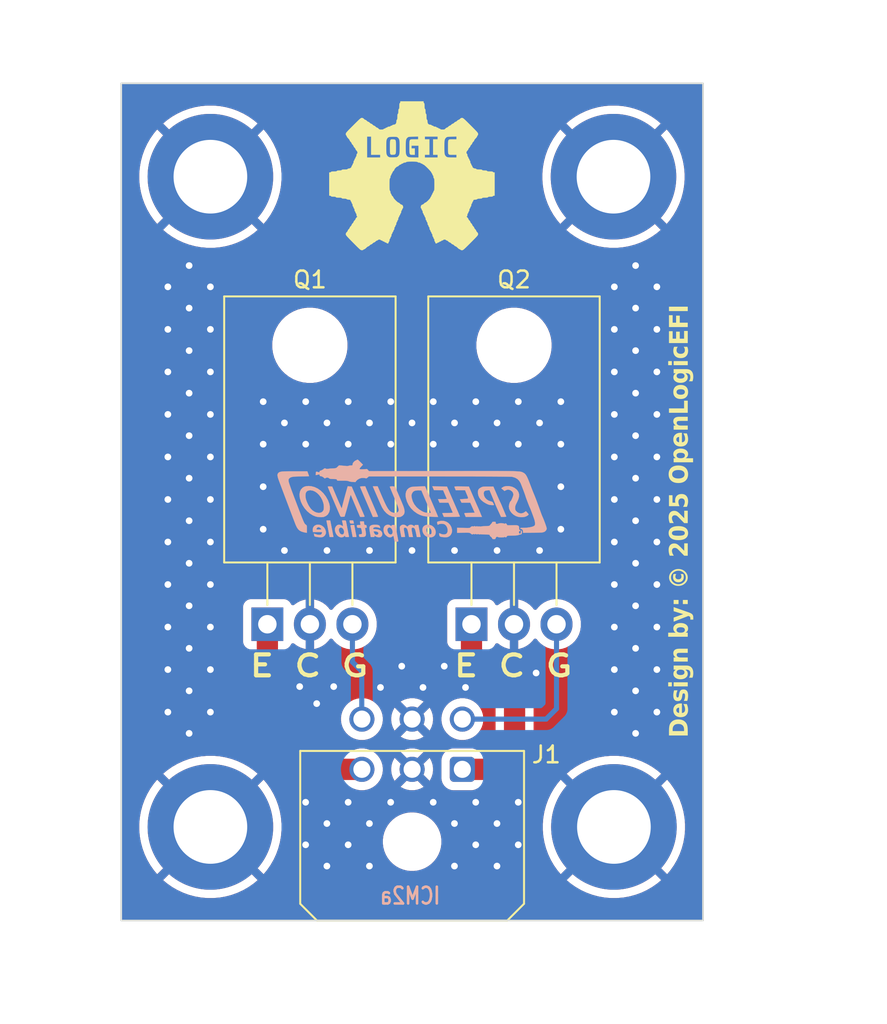
<source format=kicad_pcb>
(kicad_pcb (version 20241229) (generator "pcbnew") (generator_version "9.0")
  (layers (0 "F.Cu" signal "Front") (2 "B.Cu" signal "Back") (13 "F.Paste" user) (15 "B.Paste" user) (5 "F.SilkS" user "F.Silkscreen") (7 "B.SilkS" user "B.Silkscreen") (1 "F.Mask" user) (3 "B.Mask" user) (25 "Edge.Cuts" user))
  (net 0 "")
  (net 1 "GND")
  (net 2 "InputA")
  (net 3 "InputB")
  (net 4 "OutputB")
  (net 5 "OutputA")
  (footprint "Package_TO_SOT_THT:TO-220-3_Horizontal_TabDown" (layer "F.Cu") (at 150.618 101.178)
    (property "Reference" "Q2" (at 2.54 -20.58 180) (layer "F.SilkS"))
    (property "Value" "ISL9V3040P3")
    (pad "" np_thru_hole oval (at 2.54 -16.66) (size 3.5 3.5) (drill 3.5) (layers "*.Cu" "*.Mask"))
    (pad "1" thru_hole rect (at 0 0) (size 1.905 2) (drill 1.1) (layers "*.Cu" "*.Mask") (net 4 "OutputB"))
    (pad "2" thru_hole oval (at 2.54 0) (size 1.905 2) (drill 1.1) (layers "*.Cu" "*.Mask") (net 1 "GND"))
    (pad "3" thru_hole oval (at 5.08 0) (size 1.905 2) (drill 1.1) (layers "*.Cu" "*.Mask") (net 3 "InputB"))
  )
  (footprint "Package_TO_SOT_THT:TO-220-3_Horizontal_TabDown" (layer "F.Cu") (at 138.426 101.178)
    (property "Reference" "Q1" (at 2.54 -20.58 180) (layer "F.SilkS"))
    (property "Value" "ISL9V3040P3")
    (pad "" np_thru_hole oval (at 2.54 -16.66) (size 3.5 3.5) (drill 3.5) (layers "*.Cu" "*.Mask"))
    (pad "1" thru_hole rect (at 0 0) (size 1.905 2) (drill 1.1) (layers "*.Cu" "*.Mask") (net 5 "OutputA"))
    (pad "2" thru_hole oval (at 2.54 0) (size 1.905 2) (drill 1.1) (layers "*.Cu" "*.Mask") (net 1 "GND"))
    (pad "3" thru_hole oval (at 5.08 0) (size 1.905 2) (drill 1.1) (layers "*.Cu" "*.Mask") (net 2 "InputA"))
  )
  (footprint "MountingHole:MountingHole_4.3mm_M4_DIN965_Pad" (layer "F.Cu") (at 135.0224 74.4474)
    (property "Reference" "H3")
    (property "Value" "MountingHole_Pad")
    (pad "1" thru_hole circle (at 0 0) (size 7.5 7.5) (drill 4.4) (layers "*.Cu" "*.Mask") (net 1 "GND"))
  )
  (footprint "MountingHole:MountingHole_4.3mm_M4_DIN965_Pad" (layer "F.Cu") (at 159.1016 74.4474)
    (property "Reference" "H4")
    (property "Value" "MountingHole_Pad")
    (pad "1" thru_hole circle (at 0 0) (size 7.5 7.5) (drill 4.4) (layers "*.Cu" "*.Mask") (net 1 "GND"))
  )
  (footprint "MountingHole:MountingHole_4.3mm_M4_DIN965_Pad" (layer "F.Cu") (at 159.127 113.284)
    (property "Reference" "H1")
    (property "Value" "MountingHole_Pad")
    (pad "1" thru_hole circle (at 0 0) (size 7.5 7.5) (drill 4.4) (layers "*.Cu" "*.Mask") (net 1 "GND"))
  )
  (footprint "Detonation-Logos:open-logic-10" (layer "F.Cu") (at 147.062 74.422)
    (property "Reference" "G01")
    (property "Value" "LOGO" (hide yes))
  )
  (footprint "Connector_Molex:Molex_Micro-Fit_3.0_43045-0600_2x03_P3.00mm_Horizontal" (layer "F.Cu") (at 150.0728 109.84425 180)
    (property "Reference" "J1" (at -5.0156 0.87825 180) (layer "F.SilkS"))
    (property "Value" "Conn_01x06")
    (pad "" np_thru_hole circle (at 3 -4.32 180) (size 3 3) (drill 3) (layers "*.Cu" "*.Mask"))
    (pad "1" thru_hole roundrect (at 0 0 180) (size 1.5 1.5) (drill 1.02) (layers "*.Cu" "*.Mask") (roundrect_rratio 0.166667) (net 4 "OutputB"))
    (pad "2" thru_hole circle (at 3 0 180) (size 1.5 1.5) (drill 1.02) (layers "*.Cu" "*.Mask") (net 1 "GND"))
    (pad "3" thru_hole circle (at 6 0 180) (size 1.5 1.5) (drill 1.02) (layers "*.Cu" "*.Mask") (net 5 "OutputA"))
    (pad "4" thru_hole circle (at 0 3 180) (size 1.5 1.5) (drill 1.02) (layers "*.Cu" "*.Mask") (net 3 "InputB"))
    (pad "5" thru_hole circle (at 3 3 180) (size 1.5 1.5) (drill 1.02) (layers "*.Cu" "*.Mask") (net 1 "GND"))
    (pad "6" thru_hole circle (at 6 3 180) (size 1.5 1.5) (drill 1.02) (layers "*.Cu" "*.Mask") (net 2 "InputA"))
  )
  (footprint "MountingHole:MountingHole_4.3mm_M4_DIN965_Pad" (layer "F.Cu") (at 135.0224 113.284)
    (property "Reference" "H2")
    (property "Value" "MountingHole_Pad")
    (pad "1" thru_hole circle (at 0 0) (size 7.5 7.5) (drill 4.4) (layers "*.Cu" "*.Mask") (net 1 "GND"))
  )
  (footprint "Detonation-Logos:SpeeduinoCompatible-17mm" (layer "B.Cu") (at 147.0728 93.726 180)
    (property "Reference" "G2" (hide yes))
    (property "Value" "LOGO" (hide yes))
  )
  (gr_rect (start 129.6978 68.872) (end 164.4478 118.872) (stroke (width 0.1)) (fill no) (layer "Edge.Cuts"))
  (gr_text "E C G" (at 137.208143 104.394 0) (layer "F.SilkS") (effects (font (size 1.25 1.6) (thickness 0.25)) (justify left bottom)))
  (gr_text "E C G" (at 149.400143 104.394 0) (layer "F.SilkS") (effects (font (size 1.25 1.6) (thickness 0.25)) (justify left bottom)))
  (gr_text "Design by: © 2025 OpenLogicEFI" (at 163.7244 107.95 90) (layer "F.SilkS") (effects (font (size 1.1 1) (thickness 0.154) (bold yes)) (justify left bottom)))
  (gr_text "ICM2a" (at 148.84 117.983 0) (layer "B.SilkS") (effects (font (size 1 0.8) (thickness 0.154) (bold yes)) (justify left bottom mirror)))
  (via (at 133.7524 97.536) (size 0.7) (drill 0.4) (layers "F.Cu" "B.Cu") (net 1))
  (via (at 161.6924 88.646) (size 0.7) (drill 0.4) (layers "F.Cu" "B.Cu") (net 1))
  (via (at 145.1824 104.9528) (size 0.7) (drill 0.4) (layers "F.Cu" "B.Cu") (net 1))
  (via (at 132.4824 81.026) (size 0.7) (drill 0.4) (layers "F.Cu" "B.Cu") (net 1))
  (via (at 142.3884 104.902) (size 0.7) (drill 0.4) (layers "F.Cu" "B.Cu") (net 1))
  (via (at 160.4224 94.996) (size 0.7) (drill 0.4) (layers "F.Cu" "B.Cu") (net 1))
  (via (at 143.252 114.3508) (size 0.7) (drill 0.4) (layers "F.Cu" "B.Cu") (net 1))
  (via (at 140.71641 87.884) (size 0.7) (drill 0.4) (layers "F.Cu" "B.Cu") (net 1))
  (via (at 161.6924 106.425999) (size 0.7) (drill 0.4) (layers "F.Cu" "B.Cu") (net 1))
  (via (at 132.4824 93.726) (size 0.7) (drill 0.4) (layers "F.Cu" "B.Cu") (net 1))
  (via (at 161.6924 83.566) (size 0.7) (drill 0.4) (layers "F.Cu" "B.Cu") (net 1))
  (via (at 153.41641 90.424) (size 0.7) (drill 0.4) (layers "F.Cu" "B.Cu") (net 1))
  (via (at 139.44641 96.774) (size 0.7) (drill 0.4) (layers "F.Cu" "B.Cu") (net 1))
  (via (at 138.176409 92.964) (size 0.7) (drill 0.4) (layers "F.Cu" "B.Cu") (net 1))
  (via (at 135.0224 101.346) (size 0.7) (drill 0.4) (layers "F.Cu" "B.Cu") (net 1))
  (via (at 132.4824 96.266) (size 0.7) (drill 0.4) (layers "F.Cu" "B.Cu") (net 1))
  (via (at 161.6924 91.186) (size 0.7) (drill 0.4) (layers "F.Cu" "B.Cu") (net 1))
  (via (at 150.872 114.3508) (size 0.7) (drill 0.4) (layers "F.Cu" "B.Cu") (net 1))
  (via (at 149.602 115.6208) (size 0.7) (drill 0.4) (layers "F.Cu" "B.Cu") (net 1))
  (via (at 147.06641 89.154) (size 0.7) (drill 0.4) (layers "F.Cu" "B.Cu") (net 1))
  (via (at 145.79641 87.884) (size 0.7) (drill 0.4) (layers "F.Cu" "B.Cu") (net 1))
  (via (at 135.0224 86.106) (size 0.7) (drill 0.4) (layers "F.Cu" "B.Cu") (net 1))
  (via (at 161.692399 96.266) (size 0.7) (drill 0.4) (layers "F.Cu" "B.Cu") (net 1))
  (via (at 133.7524 79.756) (size 0.7) (drill 0.4) (layers "F.Cu" "B.Cu") (net 1))
  (via (at 161.6924 81.026) (size 0.7) (drill 0.4) (layers "F.Cu" "B.Cu") (net 1))
  (via (at 133.7524 94.996) (size 0.7) (drill 0.4) (layers "F.Cu" "B.Cu") (net 1))
  (via (at 160.4224 105.156) (size 0.7) (drill 0.4) (layers "F.Cu" "B.Cu") (net 1))
  (via (at 159.1524 101.346) (size 0.7) (drill 0.4) (layers "F.Cu" "B.Cu") (net 1))
  (via (at 132.4824 88.646) (size 0.7) (drill 0.4) (layers "F.Cu" "B.Cu") (net 1))
  (via (at 138.176409 87.884) (size 0.7) (drill 0.4) (layers "F.Cu" "B.Cu") (net 1))
  (via (at 154.68641 89.154) (size 0.7) (drill 0.4) (layers "F.Cu" "B.Cu") (net 1))
  (via (at 144.522 113.080799) (size 0.7) (drill 0.4) (layers "F.Cu" "B.Cu") (net 1))
  (via (at 135.0224 91.186) (size 0.7) (drill 0.4) (layers "F.Cu" "B.Cu") (net 1))
  (via (at 153.412 114.3508) (size 0.7) (drill 0.4) (layers "F.Cu" "B.Cu") (net 1))
  (via (at 155.956409 90.424) (size 0.7) (drill 0.4) (layers "F.Cu" "B.Cu") (net 1))
  (via (at 135.0224 93.726) (size 0.7) (drill 0.4) (layers "F.Cu" "B.Cu") (net 1))
  (via (at 139.44641 89.154002) (size 0.7) (drill 0.4) (layers "F.Cu" "B.Cu") (net 1))
  (via (at 144.522 115.620801) (size 0.7) (drill 0.4) (layers "F.Cu" "B.Cu") (net 1))
  (via (at 135.0224 81.026) (size 0.7) (drill 0.4) (layers "F.Cu" "B.Cu") (net 1))
  (via (at 159.1524 83.566) (size 0.7) (drill 0.4) (layers "F.Cu" "B.Cu") (net 1))
  (via (at 150.872001 111.8108) (size 0.7) (drill 0.4) (layers "F.Cu" "B.Cu") (net 1))
  (via (at 160.4224 92.456) (size 0.7) (drill 0.4) (layers "F.Cu" "B.Cu") (net 1))
  (via (at 132.4824 91.186) (size 0.7) (drill 0.4) (layers "F.Cu" "B.Cu") (net 1))
  (via (at 138.17641 95.504) (size 0.7) (drill 0.4) (layers "F.Cu" "B.Cu") (net 1))
  (via (at 160.4224 87.376) (size 0.7) (drill 0.4) (layers "F.Cu" "B.Cu") (net 1))
  (via (at 161.6924 101.346) (size 0.7) (drill 0.4) (layers "F.Cu" "B.Cu") (net 1))
  (via (at 133.7524 87.376) (size 0.7) (drill 0.4) (layers "F.Cu" "B.Cu") (net 1))
  (via (at 155.95641 87.884) (size 0.7) (drill 0.4) (layers "F.Cu" "B.Cu") (net 1))
  (via (at 161.6924 103.886) (size 0.7) (drill 0.4) (layers "F.Cu" "B.Cu") (net 1))
  (via (at 135.0224 96.266) (size 0.7) (drill 0.4) (layers "F.Cu" "B.Cu") (net 1))
  (via (at 154.4788 104.0892) (size 0.7) (drill 0.4) (layers "F.Cu" "B.Cu") (net 1))
  (via (at 132.4824 86.106) (size 0.7) (drill 0.4) (layers "F.Cu" "B.Cu") (net 1))
  (via (at 155.95641 92.964) (size 0.7) (drill 0.4) (layers "F.Cu" "B.Cu") (net 1))
  (via (at 148.332 111.8108) (size 0.7) (drill 0.4) (layers "F.Cu" "B.Cu") (net 1))
  (via (at 140.3564 104.902) (size 0.7) (drill 0.4) (layers "F.Cu" "B.Cu") (net 1))
  (via (at 141.98641 89.154) (size 0.7) (drill 0.4) (layers "F.Cu" "B.Cu") (net 1))
  (via (at 135.0224 88.646) (size 0.7) (drill 0.4) (layers "F.Cu" "B.Cu") (net 1))
  (via (at 133.7524 84.836) (size 0.7) (drill 0.4) (layers "F.Cu" "B.Cu") (net 1))
  (via (at 132.4824 98.806) (size 0.7) (drill 0.4) (layers "F.Cu" "B.Cu") (net 1))
  (via (at 153.412 111.8108) (size 0.7) (drill 0.4) (layers "F.Cu" "B.Cu") (net 1))
  (via (at 133.7524 102.616) (size 0.7) (drill 0.4) (layers "F.Cu" "B.Cu") (net 1))
  (via (at 152.14641 96.774) (size 0.7) (drill 0.4) (layers "F.Cu" "B.Cu") (net 1))
  (via (at 138.17641 90.424) (size 0.7) (drill 0.4) (layers "F.Cu" "B.Cu") (net 1))
  (via (at 144.52641 89.153999) (size 0.7) (drill 0.4) (layers "F.Cu" "B.Cu") (net 1))
  (via (at 159.1524 106.426) (size 0.7) (drill 0.4) (layers "F.Cu" "B.Cu") (net 1))
  (via (at 135.0224 98.806) (size 0.7) (drill 0.4) (layers "F.Cu" "B.Cu") (net 1))
  (via (at 149.606409 89.154001) (size 0.7) (drill 0.4) (layers "F.Cu" "B.Cu") (net 1))
  (via (at 132.4824 101.346) (size 0.7) (drill 0.4) (layers "F.Cu" "B.Cu") (net 1))
  (via (at 143.25641 90.424) (size 0.7) (drill 0.4) (layers "F.Cu" "B.Cu") (net 1))
  (via (at 141.98641 96.774) (size 0.7) (drill 0.4) (layers "F.Cu" "B.Cu") (net 1))
  (via (at 152.14641 89.154) (size 0.7) (drill 0.4) (layers "F.Cu" "B.Cu") (net 1))
  (via (at 133.7524 107.696) (size 0.7) (drill 0.4) (layers "F.Cu" "B.Cu") (net 1))
  (via (at 160.4224 107.696) (size 0.7) (drill 0.4) (layers "F.Cu" "B.Cu") (net 1))
  (via (at 135.0224 103.886) (size 0.7) (drill 0.4) (layers "F.Cu" "B.Cu") (net 1))
  (via (at 149.601999 113.080801) (size 0.7) (drill 0.4) (layers "F.Cu" "B.Cu") (net 1))
  (via (at 161.692399 86.106) (size 0.7) (drill 0.4) (layers "F.Cu" "B.Cu") (net 1))
  (via (at 140.712 114.3508) (size 0.7) (drill 0.4) (layers "F.Cu" "B.Cu") (net 1))
  (via (at 160.4224 100.076) (size 0.7) (drill 0.4) (layers "F.Cu" "B.Cu") (net 1))
  (via (at 159.1524 81.026) (size 0.7) (drill 0.4) (layers "F.Cu" "B.Cu") (net 1))
  (via (at 141.982 113.0808) (size 0.7) (drill 0.4) (layers "F.Cu" "B.Cu") (net 1))
  (via (at 133.7524 82.296) (size 0.7) (drill 0.4) (layers "F.Cu" "B.Cu") (net 1))
  (via (at 159.1524 91.186) (size 0.7) (drill 0.4) (layers "F.Cu" "B.Cu") (net 1))
  (via (at 159.1524 88.646) (size 0.7) (drill 0.4) (layers "F.Cu" "B.Cu") (net 1))
  (via (at 147.06641 96.774) (size 0.7) (drill 0.4) (layers "F.Cu" "B.Cu") (net 1))
  (via (at 161.6924 98.806) (size 0.7) (drill 0.4) (layers "F.Cu" "B.Cu") (net 1))
  (via (at 159.1524 98.806) (size 0.7) (drill 0.4) (layers "F.Cu" "B.Cu") (net 1))
  (via (at 159.1524 93.726) (size 0.7) (drill 0.4) (layers "F.Cu" "B.Cu") (net 1))
  (via (at 155.956409 95.504) (size 0.7) (drill 0.4) (layers "F.Cu" "B.Cu") (net 1))
  (via (at 133.7524 100.076) (size 0.7) (drill 0.4) (layers "F.Cu" "B.Cu") (net 1))
  (via (at 161.6924 93.726) (size 0.7) (drill 0.4) (layers "F.Cu" "B.Cu") (net 1))
  (via (at 141.3724 105.918) (size 0.7) (drill 0.4) (layers "F.Cu" "B.Cu") (net 1))
  (via (at 132.4824 83.566) (size 0.7) (drill 0.4) (layers "F.Cu" "B.Cu") (net 1))
  (via (at 132.4824 106.426) (size 0.7) (drill 0.4) (layers "F.Cu" "B.Cu") (net 1))
  (via (at 148.9924 103.6828) (size 0.7) (drill 0.4) (layers "F.Cu" "B.Cu") (net 1))
  (via (at 148.33641 90.424) (size 0.7) (drill 0.4) (layers "F.Cu" "B.Cu") (net 1))
  (via (at 135.0224 106.426) (size 0.7) (drill 0.4) (layers "F.Cu" "B.Cu") (net 1))
  (via (at 132.4824 103.886) (size 0.7) (drill 0.4) (layers "F.Cu" "B.Cu") (net 1))
  (via (at 135.0224 83.566) (size 0.7) (drill 0.4) (layers "F.Cu" "B.Cu") (net 1))
  (via (at 160.4224 84.836) (size 0.7) (drill 0.4) (layers "F.Cu" "B.Cu") (net 1))
  (via (at 160.4224 79.756) (size 0.7) (drill 0.4) (layers "F.Cu" "B.Cu") (net 1))
  (via (at 140.71641 90.424) (size 0.7) (drill 0.4) (layers "F.Cu" "B.Cu") (net 1))
  (via (at 148.33641 87.884) (size 0.7) (drill 0.4) (layers "F.Cu" "B.Cu") (net 1))
  (via (at 133.7524 92.456) (size 0.7) (drill 0.4) (layers "F.Cu" "B.Cu") (net 1))
  (via (at 159.1524 103.886) (size 0.7) (drill 0.4) (layers "F.Cu" "B.Cu") (net 1))
  (via (at 152.142 113.0808) (size 0.7) (drill 0.4) (layers "F.Cu" "B.Cu") (net 1))
  (via (at 144.52641 96.774001) (size 0.7) (drill 0.4) (layers "F.Cu" "B.Cu") (net 1))
  (via (at 153.41641 87.884) (size 0.7) (drill 0.4) (layers "F.Cu" "B.Cu") (net 1))
  (via (at 152.142 115.6208) (size 0.7) (drill 0.4) (layers "F.Cu" "B.Cu") (net 1))
  (via (at 159.1524 96.266) (size 0.7) (drill 0.4) (layers "F.Cu" "B.Cu") (net 1))
  (via (at 160.4224 89.916) (size 0.7) (drill 0.4) (layers "F.Cu" "B.Cu") (net 1))
  (via (at 160.4224 97.536) (size 0.7) (drill 0.4) (layers "F.Cu" "B.Cu") (net 1))
  (via (at 145.792 111.8108) (size 0.7) (drill 0.4) (layers "F.Cu" "B.Cu") (net 1))
  (via (at 141.982 115.6208) (size 0.7) (drill 0.4) (layers "F.Cu" "B.Cu") (net 1))
  (via (at 146.4524 103.6828) (size 0.7) (drill 0.4) (layers "F.Cu" "B.Cu") (net 1))
  (via (at 147.7224 104.9528) (size 0.7) (drill 0.4) (layers "F.Cu" "B.Cu") (net 1))
  (via (at 133.7524 105.156) (size 0.7) (drill 0.4) (layers "F.Cu" "B.Cu") (net 1))
  (via (at 143.252 111.8108) (size 0.7) (drill 0.4) (layers "F.Cu" "B.Cu") (net 1))
  (via (at 140.712 111.8108) (size 0.7) (drill 0.4) (layers "F.Cu" "B.Cu") (net 1))
  (via (at 149.60641 96.774) (size 0.7) (drill 0.4) (layers "F.Cu" "B.Cu") (net 1))
  (via (at 133.7524 89.916) (size 0.7) (drill 0.4) (layers "F.Cu" "B.Cu") (net 1))
  (via (at 150.87641 90.424) (size 0.7) (drill 0.4) (layers "F.Cu" "B.Cu") (net 1))
  (via (at 160.4224 102.616) (size 0.7) (drill 0.4) (layers "F.Cu" "B.Cu") (net 1))
  (via (at 145.796411 90.424) (size 0.7) (drill 0.4) (layers "F.Cu" "B.Cu") (net 1))
  (via (at 160.4224 82.296) (size 0.7) (drill 0.4) (layers "F.Cu" "B.Cu") (net 1))
  (via (at 150.2624 104.9528) (size 0.7) (drill 0.4) (layers "F.Cu" "B.Cu") (net 1))
  (via (at 159.1524 86.106) (size 0.7) (drill 0.4) (layers "F.Cu" "B.Cu") (net 1))
  (via (at 154.68641 96.774) (size 0.7) (drill 0.4) (layers "F.Cu" "B.Cu") (net 1))
  (via (at 143.25641 87.884) (size 0.7) (drill 0.4) (layers "F.Cu" "B.Cu") (net 1))
  (via (at 150.876411 87.884) (size 0.7) (drill 0.4) (layers "F.Cu" "B.Cu") (net 1))
  (segment (start 144.0648 103.9876) (end 144.0648 106.69805) (width 0.3048) (layer "B.Cu") (net 2))
  (segment (start 143.9266 106.69805) (end 144.0728 106.84425) (width 0.3048) (layer "B.Cu") (net 2))
  (segment (start 143.506 101.178) (end 143.506 103.4288) (width 0.3048) (layer "B.Cu") (net 2))
  (segment (start 143.506 103.4288) (end 144.0648 103.9876) (width 0.3048) (layer "B.Cu") (net 2))
  (segment (start 155.698 106.2228) (end 155.07655 106.84425) (width 0.3048) (layer "B.Cu") (net 3))
  (segment (start 155.07655 106.84425) (end 150.0728 106.84425) (width 0.3048) (layer "B.Cu") (net 3))
  (segment (start 155.698 101.178) (end 155.698 106.2228) (width 0.3048) (layer "B.Cu") (net 3))
  (segment (start 150.618 102.9208) (end 150.618 101.178) (width 1.27) (layer "F.Cu") (net 4))
  (segment (start 153.1928 105.4956) (end 150.618 102.9208) (width 1.27) (layer "F.Cu") (net 4))
  (segment (start 153.1928 109.093) (end 153.1928 105.4956) (width 1.27) (layer "F.Cu") (net 4))
  (segment (start 150.0728 109.84425) (end 152.44155 109.84425) (width 1.27) (layer "F.Cu") (net 4))
  (segment (start 152.44155 109.84425) (end 153.1928 109.093) (width 1.27) (layer "F.Cu") (net 4))
  (segment (start 138.426 106.2642) (end 142.00605 109.84425) (width 1.27) (layer "F.Cu") (net 5))
  (segment (start 138.426 101.178) (end 138.426 106.2642) (width 1.27) (layer "F.Cu") (net 5))
  (segment (start 142.00605 109.84425) (end 144.0728 109.84425) (width 1.27) (layer "F.Cu") (net 5))
  (zone (net 1) (net_name "GND") (layer "F.Cu") (connect_pads (clearance 0.5)) (min_thickness 0.25) (fill yes (thermal_gap 0.5) (thermal_bridge_width 0.5))
    (polygon (pts (xy 128.9264 119.634) (xy 165.2484 119.634) (xy 165.2484 68.072) (xy 128.9264 68.072)))
  )
  (zone (net 1) (net_name "GND") (layer "B.Cu") (connect_pads (clearance 0.5)) (min_thickness 0.25) (fill yes (thermal_gap 0.5) (thermal_bridge_width 0.5))
    (polygon (pts (xy 128.9264 119.634) (xy 165.2484 119.634) (xy 165.2484 68.072) (xy 128.9264 68.072)))
  )
)
</source>
